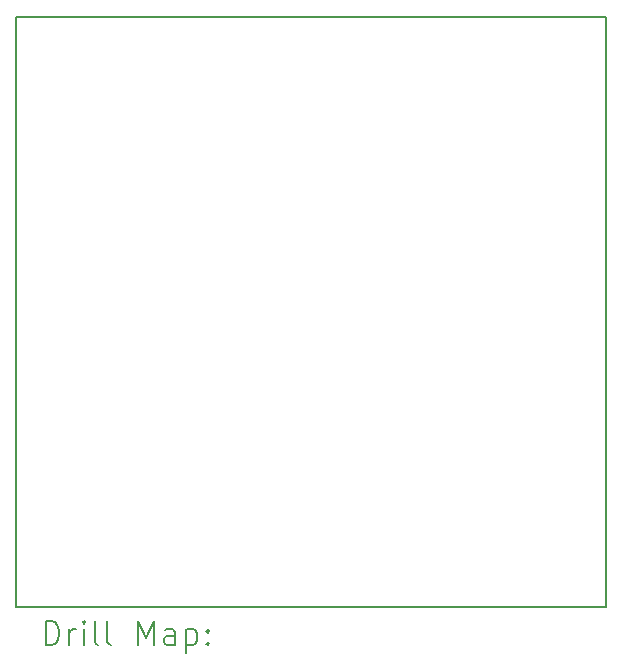
<source format=gbr>
%TF.GenerationSoftware,KiCad,Pcbnew,8.0.4*%
%TF.CreationDate,2025-01-27T10:30:38+01:00*%
%TF.ProjectId,ocxo,6f63786f-2e6b-4696-9361-645f70636258,rev?*%
%TF.SameCoordinates,Original*%
%TF.FileFunction,Drillmap*%
%TF.FilePolarity,Positive*%
%FSLAX45Y45*%
G04 Gerber Fmt 4.5, Leading zero omitted, Abs format (unit mm)*
G04 Created by KiCad (PCBNEW 8.0.4) date 2025-01-27 10:30:38*
%MOMM*%
%LPD*%
G01*
G04 APERTURE LIST*
%ADD10C,0.150000*%
%ADD11C,0.200000*%
G04 APERTURE END LIST*
D10*
X8000000Y-9500000D02*
X8000000Y-4500000D01*
X13000000Y-9500000D02*
X8000000Y-9500000D01*
X13000000Y-4500000D02*
X13000000Y-9500000D01*
X8000000Y-4500000D02*
X13000000Y-4500000D01*
D11*
X8253277Y-9818984D02*
X8253277Y-9618984D01*
X8253277Y-9618984D02*
X8300896Y-9618984D01*
X8300896Y-9618984D02*
X8329467Y-9628508D01*
X8329467Y-9628508D02*
X8348515Y-9647555D01*
X8348515Y-9647555D02*
X8358039Y-9666603D01*
X8358039Y-9666603D02*
X8367562Y-9704698D01*
X8367562Y-9704698D02*
X8367562Y-9733270D01*
X8367562Y-9733270D02*
X8358039Y-9771365D01*
X8358039Y-9771365D02*
X8348515Y-9790412D01*
X8348515Y-9790412D02*
X8329467Y-9809460D01*
X8329467Y-9809460D02*
X8300896Y-9818984D01*
X8300896Y-9818984D02*
X8253277Y-9818984D01*
X8453277Y-9818984D02*
X8453277Y-9685650D01*
X8453277Y-9723746D02*
X8462801Y-9704698D01*
X8462801Y-9704698D02*
X8472324Y-9695174D01*
X8472324Y-9695174D02*
X8491372Y-9685650D01*
X8491372Y-9685650D02*
X8510420Y-9685650D01*
X8577086Y-9818984D02*
X8577086Y-9685650D01*
X8577086Y-9618984D02*
X8567563Y-9628508D01*
X8567563Y-9628508D02*
X8577086Y-9638031D01*
X8577086Y-9638031D02*
X8586610Y-9628508D01*
X8586610Y-9628508D02*
X8577086Y-9618984D01*
X8577086Y-9618984D02*
X8577086Y-9638031D01*
X8700896Y-9818984D02*
X8681848Y-9809460D01*
X8681848Y-9809460D02*
X8672324Y-9790412D01*
X8672324Y-9790412D02*
X8672324Y-9618984D01*
X8805658Y-9818984D02*
X8786610Y-9809460D01*
X8786610Y-9809460D02*
X8777086Y-9790412D01*
X8777086Y-9790412D02*
X8777086Y-9618984D01*
X9034229Y-9818984D02*
X9034229Y-9618984D01*
X9034229Y-9618984D02*
X9100896Y-9761841D01*
X9100896Y-9761841D02*
X9167563Y-9618984D01*
X9167563Y-9618984D02*
X9167563Y-9818984D01*
X9348515Y-9818984D02*
X9348515Y-9714222D01*
X9348515Y-9714222D02*
X9338991Y-9695174D01*
X9338991Y-9695174D02*
X9319944Y-9685650D01*
X9319944Y-9685650D02*
X9281848Y-9685650D01*
X9281848Y-9685650D02*
X9262801Y-9695174D01*
X9348515Y-9809460D02*
X9329467Y-9818984D01*
X9329467Y-9818984D02*
X9281848Y-9818984D01*
X9281848Y-9818984D02*
X9262801Y-9809460D01*
X9262801Y-9809460D02*
X9253277Y-9790412D01*
X9253277Y-9790412D02*
X9253277Y-9771365D01*
X9253277Y-9771365D02*
X9262801Y-9752317D01*
X9262801Y-9752317D02*
X9281848Y-9742793D01*
X9281848Y-9742793D02*
X9329467Y-9742793D01*
X9329467Y-9742793D02*
X9348515Y-9733270D01*
X9443753Y-9685650D02*
X9443753Y-9885650D01*
X9443753Y-9695174D02*
X9462801Y-9685650D01*
X9462801Y-9685650D02*
X9500896Y-9685650D01*
X9500896Y-9685650D02*
X9519944Y-9695174D01*
X9519944Y-9695174D02*
X9529467Y-9704698D01*
X9529467Y-9704698D02*
X9538991Y-9723746D01*
X9538991Y-9723746D02*
X9538991Y-9780889D01*
X9538991Y-9780889D02*
X9529467Y-9799936D01*
X9529467Y-9799936D02*
X9519944Y-9809460D01*
X9519944Y-9809460D02*
X9500896Y-9818984D01*
X9500896Y-9818984D02*
X9462801Y-9818984D01*
X9462801Y-9818984D02*
X9443753Y-9809460D01*
X9624705Y-9799936D02*
X9634229Y-9809460D01*
X9634229Y-9809460D02*
X9624705Y-9818984D01*
X9624705Y-9818984D02*
X9615182Y-9809460D01*
X9615182Y-9809460D02*
X9624705Y-9799936D01*
X9624705Y-9799936D02*
X9624705Y-9818984D01*
X9624705Y-9695174D02*
X9634229Y-9704698D01*
X9634229Y-9704698D02*
X9624705Y-9714222D01*
X9624705Y-9714222D02*
X9615182Y-9704698D01*
X9615182Y-9704698D02*
X9624705Y-9695174D01*
X9624705Y-9695174D02*
X9624705Y-9714222D01*
M02*

</source>
